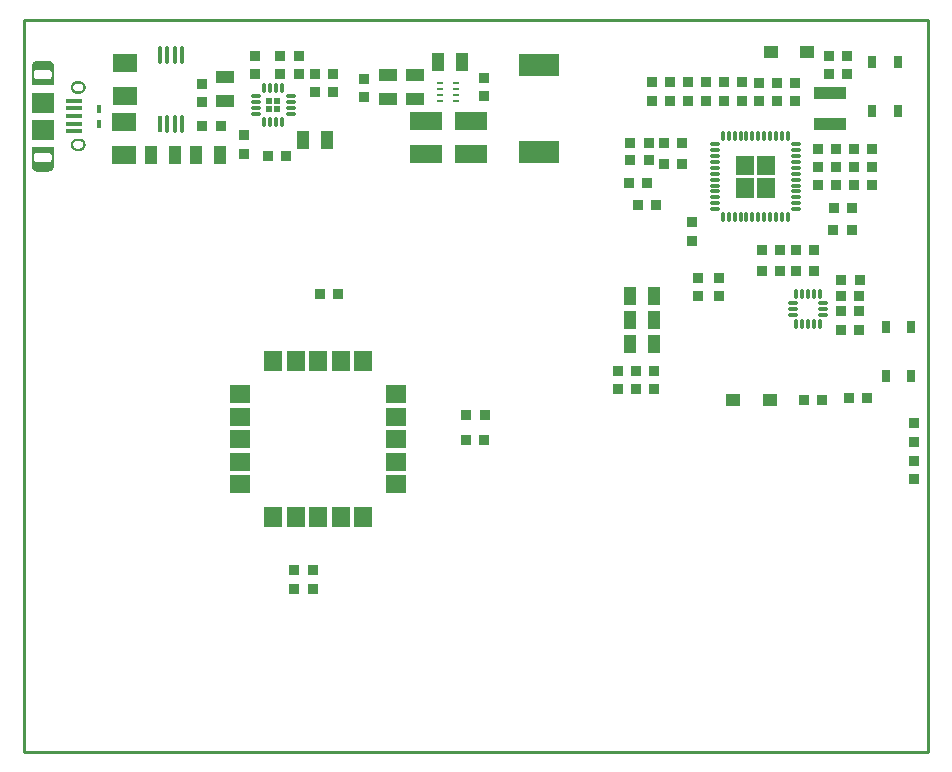
<source format=gtp>
G04 Layer_Color=8421504*
%FSLAX25Y25*%
%MOIN*%
G70*
G01*
G75*
%ADD10R,0.05315X0.01575*%
%ADD11R,0.07480X0.07087*%
G04:AMPARAMS|DCode=12|XSize=10.24mil|YSize=33.86mil|CornerRadius=2.56mil|HoleSize=0mil|Usage=FLASHONLY|Rotation=0.000|XOffset=0mil|YOffset=0mil|HoleType=Round|Shape=RoundedRectangle|*
%AMROUNDEDRECTD12*
21,1,0.01024,0.02874,0,0,0.0*
21,1,0.00512,0.03386,0,0,0.0*
1,1,0.00512,0.00256,-0.01437*
1,1,0.00512,-0.00256,-0.01437*
1,1,0.00512,-0.00256,0.01437*
1,1,0.00512,0.00256,0.01437*
%
%ADD12ROUNDEDRECTD12*%
G04:AMPARAMS|DCode=13|XSize=10.24mil|YSize=33.86mil|CornerRadius=2.56mil|HoleSize=0mil|Usage=FLASHONLY|Rotation=90.000|XOffset=0mil|YOffset=0mil|HoleType=Round|Shape=RoundedRectangle|*
%AMROUNDEDRECTD13*
21,1,0.01024,0.02874,0,0,90.0*
21,1,0.00512,0.03386,0,0,90.0*
1,1,0.00512,0.01437,0.00256*
1,1,0.00512,0.01437,-0.00256*
1,1,0.00512,-0.01437,-0.00256*
1,1,0.00512,-0.01437,0.00256*
%
%ADD13ROUNDEDRECTD13*%
G04:AMPARAMS|DCode=16|XSize=12mil|YSize=32mil|CornerRadius=3mil|HoleSize=0mil|Usage=FLASHONLY|Rotation=0.000|XOffset=0mil|YOffset=0mil|HoleType=Round|Shape=RoundedRectangle|*
%AMROUNDEDRECTD16*
21,1,0.01200,0.02600,0,0,0.0*
21,1,0.00600,0.03200,0,0,0.0*
1,1,0.00600,0.00300,-0.01300*
1,1,0.00600,-0.00300,-0.01300*
1,1,0.00600,-0.00300,0.01300*
1,1,0.00600,0.00300,0.01300*
%
%ADD16ROUNDEDRECTD16*%
G04:AMPARAMS|DCode=17|XSize=12mil|YSize=32mil|CornerRadius=3mil|HoleSize=0mil|Usage=FLASHONLY|Rotation=270.000|XOffset=0mil|YOffset=0mil|HoleType=Round|Shape=RoundedRectangle|*
%AMROUNDEDRECTD17*
21,1,0.01200,0.02600,0,0,270.0*
21,1,0.00600,0.03200,0,0,270.0*
1,1,0.00600,-0.01300,-0.00300*
1,1,0.00600,-0.01300,0.00300*
1,1,0.00600,0.01300,0.00300*
1,1,0.00600,0.01300,-0.00300*
%
%ADD17ROUNDEDRECTD17*%
%ADD18R,0.05905X0.07087*%
%ADD19R,0.07087X0.05905*%
G04:AMPARAMS|DCode=20|XSize=11.81mil|YSize=31.5mil|CornerRadius=2.95mil|HoleSize=0mil|Usage=FLASHONLY|Rotation=90.000|XOffset=0mil|YOffset=0mil|HoleType=Round|Shape=RoundedRectangle|*
%AMROUNDEDRECTD20*
21,1,0.01181,0.02559,0,0,90.0*
21,1,0.00591,0.03150,0,0,90.0*
1,1,0.00591,0.01279,0.00295*
1,1,0.00591,0.01279,-0.00295*
1,1,0.00591,-0.01279,-0.00295*
1,1,0.00591,-0.01279,0.00295*
%
%ADD20ROUNDEDRECTD20*%
G04:AMPARAMS|DCode=21|XSize=11.81mil|YSize=31.5mil|CornerRadius=2.95mil|HoleSize=0mil|Usage=FLASHONLY|Rotation=0.000|XOffset=0mil|YOffset=0mil|HoleType=Round|Shape=RoundedRectangle|*
%AMROUNDEDRECTD21*
21,1,0.01181,0.02559,0,0,0.0*
21,1,0.00591,0.03150,0,0,0.0*
1,1,0.00591,0.00295,-0.01279*
1,1,0.00591,-0.00295,-0.01279*
1,1,0.00591,-0.00295,0.01279*
1,1,0.00591,0.00295,0.01279*
%
%ADD21ROUNDEDRECTD21*%
%ADD22R,0.02165X0.00984*%
G04:AMPARAMS|DCode=23|XSize=9.84mil|YSize=21.65mil|CornerRadius=2.46mil|HoleSize=0mil|Usage=FLASHONLY|Rotation=90.000|XOffset=0mil|YOffset=0mil|HoleType=Round|Shape=RoundedRectangle|*
%AMROUNDEDRECTD23*
21,1,0.00984,0.01673,0,0,90.0*
21,1,0.00492,0.02165,0,0,90.0*
1,1,0.00492,0.00837,0.00246*
1,1,0.00492,0.00837,-0.00246*
1,1,0.00492,-0.00837,-0.00246*
1,1,0.00492,-0.00837,0.00246*
%
%ADD23ROUNDEDRECTD23*%
%ADD24R,0.01400X0.05800*%
G04:AMPARAMS|DCode=25|XSize=58mil|YSize=14mil|CornerRadius=3.5mil|HoleSize=0mil|Usage=FLASHONLY|Rotation=90.000|XOffset=0mil|YOffset=0mil|HoleType=Round|Shape=RoundedRectangle|*
%AMROUNDEDRECTD25*
21,1,0.05800,0.00700,0,0,90.0*
21,1,0.05100,0.01400,0,0,90.0*
1,1,0.00700,0.00350,0.02550*
1,1,0.00700,0.00350,-0.02550*
1,1,0.00700,-0.00350,-0.02550*
1,1,0.00700,-0.00350,0.02550*
%
%ADD25ROUNDEDRECTD25*%
%ADD26R,0.02559X0.04134*%
%ADD27R,0.06000X0.04000*%
%ADD28R,0.04000X0.06000*%
%ADD29R,0.03347X0.03347*%
%ADD30R,0.01575X0.03150*%
%ADD31R,0.13386X0.07283*%
%ADD32R,0.03347X0.03347*%
%ADD33R,0.04921X0.04331*%
%ADD34R,0.10630X0.03937*%
%ADD35R,0.10630X0.06299*%
%ADD36R,0.08000X0.06000*%
%ADD38C,0.01000*%
G36*
X9945Y195465D02*
X9942Y195361D01*
X9934Y195259D01*
X9921Y195157D01*
X9902Y195055D01*
X9878Y194955D01*
X9849Y194856D01*
X9814Y194759D01*
X9775Y194664D01*
X9730Y194571D01*
X9681Y194480D01*
X9627Y194392D01*
X9569Y194307D01*
X9506Y194226D01*
X9439Y194147D01*
X9368Y194073D01*
X9294Y194002D01*
X9215Y193935D01*
X9133Y193872D01*
X9048Y193814D01*
X8961Y193760D01*
X8870Y193711D01*
X8777Y193666D01*
X8682Y193627D01*
X8585Y193592D01*
X8486Y193563D01*
X8386Y193539D01*
X8284Y193520D01*
X8182Y193507D01*
X8079Y193499D01*
X7976Y193496D01*
X4433D01*
X4330Y193499D01*
X4227Y193507D01*
X4125Y193520D01*
X4024Y193539D01*
X3924Y193563D01*
X3825Y193592D01*
X3728Y193627D01*
X3632Y193666D01*
X3539Y193711D01*
X3449Y193760D01*
X3361Y193814D01*
X3276Y193872D01*
X3194Y193935D01*
X3116Y194002D01*
X3041Y194073D01*
X2970Y194147D01*
X2903Y194226D01*
X2840Y194307D01*
X2782Y194392D01*
X2728Y194480D01*
X2679Y194571D01*
X2635Y194664D01*
X2595Y194759D01*
X2561Y194856D01*
X2532Y194955D01*
X2508Y195055D01*
X2489Y195157D01*
X2475Y195259D01*
X2467Y195361D01*
X2465Y195465D01*
Y201764D01*
X9945D01*
Y195465D01*
D02*
G37*
G36*
X18518Y204517D02*
X18625Y204508D01*
X18733Y204494D01*
X18839Y204474D01*
X18944Y204449D01*
X19048Y204418D01*
X19150Y204382D01*
X19250Y204341D01*
X19348Y204294D01*
X19443Y204243D01*
X19535Y204186D01*
X19624Y204125D01*
X19710Y204059D01*
X19793Y203989D01*
X19871Y203914D01*
X19945Y203836D01*
X20016Y203753D01*
X20082Y203668D01*
X20143Y203578D01*
X20199Y203486D01*
X20251Y203391D01*
X20298Y203293D01*
X20339Y203193D01*
X20375Y203092D01*
X20406Y202988D01*
X20431Y202883D01*
X20451Y202776D01*
X20465Y202669D01*
X20473Y202561D01*
X20476Y202453D01*
X20473Y202345D01*
X20465Y202237D01*
X20451Y202129D01*
X20431Y202023D01*
X20406Y201918D01*
X20375Y201814D01*
X20339Y201712D01*
X20298Y201612D01*
X20251Y201514D01*
X20199Y201419D01*
X20143Y201327D01*
X20082Y201238D01*
X20016Y201152D01*
X19945Y201070D01*
X19871Y200991D01*
X19793Y200917D01*
X19710Y200847D01*
X19624Y200781D01*
X19535Y200719D01*
X19443Y200663D01*
X19348Y200611D01*
X19250Y200565D01*
X19150Y200523D01*
X19048Y200487D01*
X18944Y200456D01*
X18839Y200431D01*
X18733Y200411D01*
X18625Y200397D01*
X18518Y200389D01*
X18409Y200386D01*
X17622D01*
X17514Y200389D01*
X17406Y200397D01*
X17299Y200411D01*
X17192Y200431D01*
X17087Y200456D01*
X16983Y200487D01*
X16881Y200523D01*
X16781Y200565D01*
X16684Y200611D01*
X16589Y200663D01*
X16496Y200719D01*
X16407Y200781D01*
X16321Y200847D01*
X16239Y200917D01*
X16161Y200991D01*
X16086Y201070D01*
X16016Y201152D01*
X15950Y201238D01*
X15889Y201327D01*
X15832Y201419D01*
X15780Y201514D01*
X15734Y201612D01*
X15692Y201712D01*
X15656Y201814D01*
X15626Y201918D01*
X15600Y202023D01*
X15581Y202129D01*
X15566Y202237D01*
X15558Y202345D01*
X15555Y202453D01*
X15558Y202561D01*
X15566Y202669D01*
X15581Y202776D01*
X15600Y202883D01*
X15626Y202988D01*
X15656Y203092D01*
X15692Y203193D01*
X15734Y203293D01*
X15780Y203391D01*
X15832Y203486D01*
X15889Y203578D01*
X15950Y203668D01*
X16016Y203753D01*
X16086Y203836D01*
X16161Y203914D01*
X16239Y203989D01*
X16321Y204059D01*
X16407Y204125D01*
X16496Y204186D01*
X16589Y204243D01*
X16684Y204294D01*
X16781Y204341D01*
X16881Y204382D01*
X16983Y204418D01*
X17087Y204449D01*
X17192Y204474D01*
X17299Y204494D01*
X17406Y204508D01*
X17514Y204517D01*
X17622Y204520D01*
X18409D01*
X18518Y204517D01*
D02*
G37*
G36*
X82700Y213400D02*
X80700D01*
Y215400D01*
X82700D01*
Y213400D01*
D02*
G37*
G36*
X250201Y192300D02*
X244201D01*
Y198800D01*
X250201D01*
Y192300D01*
D02*
G37*
G36*
X243201Y184800D02*
X237201D01*
Y191300D01*
X243201D01*
Y184800D01*
D02*
G37*
G36*
X250201D02*
X244201D01*
Y191300D01*
X250201D01*
Y184800D01*
D02*
G37*
G36*
X243201Y192300D02*
X237201D01*
Y198800D01*
X243201D01*
Y192300D01*
D02*
G37*
G36*
X85300Y216000D02*
X83300D01*
Y218000D01*
X85300D01*
Y216000D01*
D02*
G37*
G36*
X18518Y223611D02*
X18625Y223603D01*
X18733Y223589D01*
X18839Y223569D01*
X18944Y223544D01*
X19048Y223513D01*
X19150Y223477D01*
X19250Y223435D01*
X19348Y223389D01*
X19443Y223337D01*
X19535Y223281D01*
X19624Y223219D01*
X19710Y223153D01*
X19793Y223083D01*
X19871Y223009D01*
X19945Y222930D01*
X20016Y222848D01*
X20082Y222762D01*
X20143Y222673D01*
X20199Y222581D01*
X20251Y222486D01*
X20298Y222388D01*
X20339Y222288D01*
X20375Y222186D01*
X20406Y222082D01*
X20431Y221977D01*
X20451Y221871D01*
X20465Y221763D01*
X20473Y221655D01*
X20476Y221547D01*
X20473Y221439D01*
X20465Y221331D01*
X20451Y221224D01*
X20431Y221117D01*
X20406Y221012D01*
X20375Y220908D01*
X20339Y220807D01*
X20298Y220707D01*
X20251Y220609D01*
X20199Y220514D01*
X20143Y220422D01*
X20082Y220332D01*
X20016Y220247D01*
X19945Y220164D01*
X19871Y220086D01*
X19793Y220011D01*
X19710Y219941D01*
X19624Y219875D01*
X19535Y219814D01*
X19443Y219757D01*
X19348Y219706D01*
X19250Y219659D01*
X19150Y219618D01*
X19048Y219582D01*
X18944Y219551D01*
X18839Y219526D01*
X18733Y219506D01*
X18625Y219492D01*
X18518Y219483D01*
X18409Y219480D01*
X17622D01*
X17514Y219483D01*
X17406Y219492D01*
X17299Y219506D01*
X17192Y219526D01*
X17087Y219551D01*
X16983Y219582D01*
X16881Y219618D01*
X16781Y219659D01*
X16684Y219706D01*
X16589Y219757D01*
X16496Y219814D01*
X16407Y219875D01*
X16321Y219941D01*
X16239Y220011D01*
X16161Y220086D01*
X16086Y220164D01*
X16016Y220247D01*
X15950Y220332D01*
X15889Y220422D01*
X15832Y220514D01*
X15780Y220609D01*
X15734Y220707D01*
X15692Y220807D01*
X15656Y220908D01*
X15626Y221012D01*
X15600Y221117D01*
X15581Y221224D01*
X15566Y221331D01*
X15558Y221439D01*
X15555Y221547D01*
X15558Y221655D01*
X15566Y221763D01*
X15581Y221871D01*
X15600Y221977D01*
X15626Y222082D01*
X15656Y222186D01*
X15692Y222288D01*
X15734Y222388D01*
X15780Y222486D01*
X15832Y222581D01*
X15889Y222673D01*
X15950Y222762D01*
X16016Y222848D01*
X16086Y222930D01*
X16161Y223009D01*
X16239Y223083D01*
X16321Y223153D01*
X16407Y223219D01*
X16496Y223281D01*
X16589Y223337D01*
X16684Y223389D01*
X16781Y223435D01*
X16881Y223477D01*
X16983Y223513D01*
X17087Y223544D01*
X17192Y223569D01*
X17299Y223589D01*
X17406Y223603D01*
X17514Y223611D01*
X17622Y223614D01*
X18409D01*
X18518Y223611D01*
D02*
G37*
G36*
X8079Y230501D02*
X8182Y230493D01*
X8284Y230480D01*
X8386Y230461D01*
X8486Y230437D01*
X8585Y230408D01*
X8682Y230373D01*
X8777Y230334D01*
X8870Y230289D01*
X8961Y230240D01*
X9048Y230186D01*
X9133Y230128D01*
X9215Y230065D01*
X9294Y229998D01*
X9368Y229927D01*
X9439Y229853D01*
X9506Y229774D01*
X9569Y229693D01*
X9627Y229608D01*
X9681Y229520D01*
X9730Y229429D01*
X9775Y229336D01*
X9814Y229241D01*
X9849Y229144D01*
X9878Y229045D01*
X9902Y228945D01*
X9921Y228843D01*
X9934Y228741D01*
X9942Y228639D01*
X9945Y228535D01*
Y222236D01*
X2465D01*
Y228535D01*
X2467Y228639D01*
X2475Y228741D01*
X2489Y228843D01*
X2508Y228945D01*
X2532Y229045D01*
X2561Y229144D01*
X2595Y229241D01*
X2635Y229336D01*
X2679Y229429D01*
X2728Y229520D01*
X2782Y229608D01*
X2840Y229693D01*
X2903Y229774D01*
X2970Y229853D01*
X3041Y229927D01*
X3116Y229998D01*
X3194Y230065D01*
X3276Y230128D01*
X3361Y230186D01*
X3449Y230240D01*
X3539Y230289D01*
X3632Y230334D01*
X3728Y230373D01*
X3825Y230408D01*
X3924Y230437D01*
X4024Y230461D01*
X4125Y230480D01*
X4227Y230493D01*
X4330Y230501D01*
X4433Y230504D01*
X7976D01*
X8079Y230501D01*
D02*
G37*
G36*
X85300Y213400D02*
X83300D01*
Y215400D01*
X85300D01*
Y213400D01*
D02*
G37*
G36*
X82700Y216000D02*
X80700D01*
Y218000D01*
X82700D01*
Y216000D01*
D02*
G37*
%LPC*%
G36*
X7976Y199795D02*
X4433D01*
X4371Y199794D01*
X4310Y199789D01*
X4248Y199781D01*
X4188Y199769D01*
X4127Y199755D01*
X4068Y199738D01*
X4010Y199717D01*
X3953Y199693D01*
X3897Y199667D01*
X3842Y199637D01*
X3790Y199605D01*
X3739Y199570D01*
X3690Y199532D01*
X3643Y199492D01*
X3598Y199449D01*
X3555Y199405D01*
X3515Y199357D01*
X3478Y199308D01*
X3443Y199257D01*
X3410Y199205D01*
X3381Y199150D01*
X3354Y199095D01*
X3330Y199037D01*
X3310Y198979D01*
X3292Y198920D01*
X3278Y198860D01*
X3266Y198799D01*
X3258Y198738D01*
X3254Y198676D01*
X3252Y198614D01*
Y197728D01*
X3254Y197667D01*
X3258Y197605D01*
X3266Y197544D01*
X3278Y197483D01*
X3292Y197423D01*
X3310Y197363D01*
X3330Y197305D01*
X3354Y197248D01*
X3381Y197192D01*
X3410Y197138D01*
X3443Y197085D01*
X3478Y197034D01*
X3515Y196985D01*
X3555Y196938D01*
X3598Y196893D01*
X3643Y196851D01*
X3690Y196810D01*
X3739Y196773D01*
X3790Y196738D01*
X3842Y196705D01*
X3897Y196676D01*
X3953Y196649D01*
X4010Y196626D01*
X4068Y196605D01*
X4127Y196588D01*
X4188Y196573D01*
X4248Y196562D01*
X4310Y196554D01*
X4371Y196549D01*
X4433Y196547D01*
X8075D01*
X8132Y196549D01*
X8188Y196553D01*
X8244Y196561D01*
X8300Y196571D01*
X8355Y196584D01*
X8409Y196600D01*
X8463Y196619D01*
X8515Y196641D01*
X8566Y196665D01*
X8616Y196692D01*
X8664Y196722D01*
X8711Y196754D01*
X8756Y196789D01*
X8799Y196825D01*
X8840Y196864D01*
X8879Y196906D01*
X8916Y196949D01*
X8951Y196994D01*
X8983Y197040D01*
X9012Y197089D01*
X9040Y197138D01*
X9064Y197190D01*
X9086Y197242D01*
X9104Y197295D01*
X9121Y197350D01*
X9134Y197405D01*
X9144Y197460D01*
X9152Y197517D01*
X9156Y197573D01*
X9157Y197630D01*
Y198614D01*
X9156Y198676D01*
X9151Y198738D01*
X9143Y198799D01*
X9132Y198860D01*
X9117Y198920D01*
X9100Y198979D01*
X9079Y199037D01*
X9055Y199095D01*
X9029Y199150D01*
X8999Y199205D01*
X8967Y199257D01*
X8932Y199308D01*
X8894Y199357D01*
X8854Y199405D01*
X8811Y199449D01*
X8767Y199492D01*
X8720Y199532D01*
X8671Y199570D01*
X8620Y199605D01*
X8567Y199637D01*
X8513Y199667D01*
X8457Y199693D01*
X8400Y199717D01*
X8341Y199738D01*
X8282Y199755D01*
X8222Y199769D01*
X8161Y199781D01*
X8100Y199789D01*
X8038Y199794D01*
X7976Y199795D01*
D02*
G37*
G36*
X18409Y203732D02*
X17622D01*
X17555Y203731D01*
X17488Y203725D01*
X17422Y203716D01*
X17356Y203704D01*
X17291Y203689D01*
X17227Y203670D01*
X17164Y203647D01*
X17102Y203622D01*
X17041Y203593D01*
X16982Y203561D01*
X16925Y203526D01*
X16870Y203488D01*
X16817Y203447D01*
X16766Y203404D01*
X16717Y203358D01*
X16671Y203309D01*
X16628Y203258D01*
X16587Y203205D01*
X16549Y203150D01*
X16514Y203093D01*
X16482Y203034D01*
X16453Y202973D01*
X16428Y202911D01*
X16405Y202848D01*
X16386Y202784D01*
X16371Y202719D01*
X16358Y202653D01*
X16350Y202587D01*
X16344Y202520D01*
X16342Y202453D01*
X16344Y202386D01*
X16350Y202319D01*
X16358Y202253D01*
X16371Y202187D01*
X16386Y202122D01*
X16405Y202057D01*
X16428Y201994D01*
X16453Y201932D01*
X16482Y201872D01*
X16514Y201813D01*
X16549Y201756D01*
X16587Y201701D01*
X16628Y201647D01*
X16671Y201597D01*
X16717Y201548D01*
X16766Y201502D01*
X16817Y201458D01*
X16870Y201418D01*
X16925Y201380D01*
X16982Y201345D01*
X17041Y201313D01*
X17102Y201284D01*
X17164Y201258D01*
X17227Y201236D01*
X17291Y201217D01*
X17356Y201201D01*
X17422Y201189D01*
X17488Y201180D01*
X17555Y201175D01*
X17622Y201173D01*
X18409D01*
X18476Y201175D01*
X18543Y201180D01*
X18610Y201189D01*
X18676Y201201D01*
X18741Y201217D01*
X18805Y201236D01*
X18868Y201258D01*
X18930Y201284D01*
X18990Y201313D01*
X19049Y201345D01*
X19106Y201380D01*
X19162Y201418D01*
X19215Y201458D01*
X19266Y201502D01*
X19314Y201548D01*
X19360Y201597D01*
X19404Y201647D01*
X19445Y201701D01*
X19483Y201756D01*
X19518Y201813D01*
X19549Y201872D01*
X19578Y201932D01*
X19604Y201994D01*
X19626Y202057D01*
X19645Y202122D01*
X19661Y202187D01*
X19673Y202253D01*
X19682Y202319D01*
X19687Y202386D01*
X19689Y202453D01*
X19687Y202520D01*
X19682Y202587D01*
X19673Y202653D01*
X19661Y202719D01*
X19645Y202784D01*
X19626Y202848D01*
X19604Y202911D01*
X19578Y202973D01*
X19549Y203034D01*
X19518Y203093D01*
X19483Y203150D01*
X19445Y203205D01*
X19404Y203258D01*
X19360Y203309D01*
X19314Y203358D01*
X19266Y203404D01*
X19215Y203447D01*
X19162Y203488D01*
X19106Y203526D01*
X19049Y203561D01*
X18990Y203593D01*
X18930Y203622D01*
X18868Y203647D01*
X18805Y203670D01*
X18741Y203689D01*
X18676Y203704D01*
X18610Y203716D01*
X18543Y203725D01*
X18476Y203731D01*
X18409Y203732D01*
D02*
G37*
G36*
Y222827D02*
X17622D01*
X17555Y222825D01*
X17488Y222820D01*
X17422Y222811D01*
X17356Y222799D01*
X17291Y222783D01*
X17227Y222764D01*
X17164Y222742D01*
X17102Y222716D01*
X17041Y222687D01*
X16982Y222655D01*
X16925Y222620D01*
X16870Y222582D01*
X16817Y222542D01*
X16766Y222498D01*
X16717Y222452D01*
X16671Y222403D01*
X16628Y222353D01*
X16587Y222299D01*
X16549Y222244D01*
X16514Y222187D01*
X16482Y222128D01*
X16453Y222068D01*
X16428Y222006D01*
X16405Y221943D01*
X16386Y221878D01*
X16371Y221813D01*
X16358Y221747D01*
X16350Y221681D01*
X16344Y221614D01*
X16342Y221547D01*
X16344Y221480D01*
X16350Y221413D01*
X16358Y221347D01*
X16371Y221281D01*
X16386Y221216D01*
X16405Y221152D01*
X16428Y221089D01*
X16453Y221027D01*
X16482Y220966D01*
X16514Y220907D01*
X16549Y220850D01*
X16587Y220795D01*
X16628Y220742D01*
X16671Y220691D01*
X16717Y220642D01*
X16766Y220596D01*
X16817Y220553D01*
X16870Y220512D01*
X16925Y220474D01*
X16982Y220439D01*
X17041Y220407D01*
X17102Y220378D01*
X17164Y220353D01*
X17227Y220330D01*
X17291Y220311D01*
X17356Y220296D01*
X17422Y220284D01*
X17488Y220275D01*
X17555Y220269D01*
X17622Y220268D01*
X18409D01*
X18476Y220269D01*
X18543Y220275D01*
X18610Y220284D01*
X18676Y220296D01*
X18741Y220311D01*
X18805Y220330D01*
X18868Y220353D01*
X18930Y220378D01*
X18990Y220407D01*
X19049Y220439D01*
X19106Y220474D01*
X19162Y220512D01*
X19215Y220553D01*
X19266Y220596D01*
X19314Y220642D01*
X19360Y220691D01*
X19404Y220742D01*
X19445Y220795D01*
X19483Y220850D01*
X19518Y220907D01*
X19549Y220966D01*
X19578Y221027D01*
X19604Y221089D01*
X19626Y221152D01*
X19645Y221216D01*
X19661Y221281D01*
X19673Y221347D01*
X19682Y221413D01*
X19687Y221480D01*
X19689Y221547D01*
X19687Y221614D01*
X19682Y221681D01*
X19673Y221747D01*
X19661Y221813D01*
X19645Y221878D01*
X19626Y221943D01*
X19604Y222006D01*
X19578Y222068D01*
X19549Y222128D01*
X19518Y222187D01*
X19483Y222244D01*
X19445Y222299D01*
X19404Y222353D01*
X19360Y222403D01*
X19314Y222452D01*
X19266Y222498D01*
X19215Y222542D01*
X19162Y222582D01*
X19106Y222620D01*
X19049Y222655D01*
X18990Y222687D01*
X18930Y222716D01*
X18868Y222742D01*
X18805Y222764D01*
X18741Y222783D01*
X18676Y222799D01*
X18610Y222811D01*
X18543Y222820D01*
X18476Y222825D01*
X18409Y222827D01*
D02*
G37*
G36*
X7976Y227453D02*
X4335D01*
X4278Y227451D01*
X4222Y227447D01*
X4165Y227439D01*
X4109Y227429D01*
X4054Y227416D01*
X4000Y227400D01*
X3947Y227381D01*
X3894Y227359D01*
X3843Y227335D01*
X3793Y227308D01*
X3745Y227278D01*
X3698Y227246D01*
X3653Y227211D01*
X3610Y227175D01*
X3569Y227136D01*
X3530Y227095D01*
X3493Y227051D01*
X3459Y227007D01*
X3427Y226960D01*
X3397Y226911D01*
X3370Y226862D01*
X3346Y226810D01*
X3324Y226758D01*
X3305Y226705D01*
X3289Y226650D01*
X3276Y226595D01*
X3265Y226539D01*
X3258Y226483D01*
X3254Y226427D01*
X3252Y226370D01*
Y225386D01*
X3254Y225324D01*
X3258Y225262D01*
X3266Y225201D01*
X3278Y225140D01*
X3292Y225080D01*
X3310Y225021D01*
X3330Y224963D01*
X3354Y224905D01*
X3381Y224850D01*
X3410Y224795D01*
X3443Y224743D01*
X3478Y224692D01*
X3515Y224642D01*
X3555Y224595D01*
X3598Y224551D01*
X3643Y224508D01*
X3690Y224468D01*
X3739Y224430D01*
X3790Y224395D01*
X3842Y224363D01*
X3897Y224334D01*
X3953Y224307D01*
X4010Y224283D01*
X4068Y224262D01*
X4127Y224245D01*
X4188Y224231D01*
X4248Y224219D01*
X4310Y224211D01*
X4371Y224206D01*
X4433Y224205D01*
X7976D01*
X8038Y224206D01*
X8100Y224211D01*
X8161Y224219D01*
X8222Y224231D01*
X8282Y224245D01*
X8341Y224262D01*
X8400Y224283D01*
X8457Y224307D01*
X8513Y224334D01*
X8567Y224363D01*
X8620Y224395D01*
X8671Y224430D01*
X8720Y224468D01*
X8767Y224508D01*
X8811Y224551D01*
X8854Y224595D01*
X8894Y224642D01*
X8932Y224692D01*
X8967Y224743D01*
X8999Y224795D01*
X9029Y224850D01*
X9055Y224905D01*
X9079Y224963D01*
X9100Y225021D01*
X9117Y225080D01*
X9132Y225140D01*
X9143Y225201D01*
X9151Y225262D01*
X9156Y225324D01*
X9157Y225386D01*
Y226272D01*
X9156Y226333D01*
X9151Y226395D01*
X9143Y226456D01*
X9132Y226517D01*
X9117Y226577D01*
X9100Y226637D01*
X9079Y226695D01*
X9055Y226752D01*
X9029Y226808D01*
X8999Y226862D01*
X8967Y226915D01*
X8932Y226966D01*
X8894Y227015D01*
X8854Y227062D01*
X8811Y227107D01*
X8767Y227149D01*
X8720Y227189D01*
X8671Y227227D01*
X8620Y227262D01*
X8567Y227294D01*
X8513Y227324D01*
X8457Y227351D01*
X8400Y227374D01*
X8341Y227395D01*
X8282Y227413D01*
X8222Y227427D01*
X8161Y227438D01*
X8100Y227446D01*
X8038Y227451D01*
X7976Y227453D01*
D02*
G37*
%LPD*%
D10*
X16736Y212000D02*
D03*
Y214559D02*
D03*
Y209441D02*
D03*
Y217118D02*
D03*
Y206882D02*
D03*
D11*
X6205Y216528D02*
D03*
Y207472D02*
D03*
D12*
X232874Y205324D02*
D03*
X234842D02*
D03*
X236811D02*
D03*
X238779D02*
D03*
X240748D02*
D03*
X242717D02*
D03*
X244685D02*
D03*
X246654D02*
D03*
X248622D02*
D03*
X250591D02*
D03*
X252559D02*
D03*
X254528D02*
D03*
Y178276D02*
D03*
X252559D02*
D03*
X250591D02*
D03*
X248622D02*
D03*
X246654D02*
D03*
X244685D02*
D03*
X242717D02*
D03*
X240748D02*
D03*
X238779D02*
D03*
X236811D02*
D03*
X234842D02*
D03*
X232874D02*
D03*
D13*
X257224Y202627D02*
D03*
Y200658D02*
D03*
Y198690D02*
D03*
Y196721D02*
D03*
Y194753D02*
D03*
Y192784D02*
D03*
Y190816D02*
D03*
Y188847D02*
D03*
Y186879D02*
D03*
Y184910D02*
D03*
Y182942D02*
D03*
Y180973D02*
D03*
X230177D02*
D03*
Y182942D02*
D03*
Y184910D02*
D03*
Y186879D02*
D03*
Y188847D02*
D03*
Y190816D02*
D03*
Y192784D02*
D03*
Y194753D02*
D03*
Y196721D02*
D03*
Y198690D02*
D03*
Y200658D02*
D03*
Y202627D02*
D03*
D16*
X80000Y209900D02*
D03*
X82000D02*
D03*
X84000D02*
D03*
X86000D02*
D03*
Y221500D02*
D03*
X84000D02*
D03*
X82000D02*
D03*
X80000D02*
D03*
D17*
X88800Y212700D02*
D03*
Y214700D02*
D03*
Y216700D02*
D03*
Y218700D02*
D03*
X77200D02*
D03*
Y216700D02*
D03*
Y214700D02*
D03*
Y212700D02*
D03*
D18*
X83071Y130295D02*
D03*
X90551D02*
D03*
X98032D02*
D03*
X105512D02*
D03*
X112992D02*
D03*
Y78327D02*
D03*
X105512D02*
D03*
X98032D02*
D03*
X90551D02*
D03*
X83071D02*
D03*
D19*
X124016Y119272D02*
D03*
Y111791D02*
D03*
Y104311D02*
D03*
Y96831D02*
D03*
Y89350D02*
D03*
X72047D02*
D03*
Y96831D02*
D03*
Y104311D02*
D03*
Y111791D02*
D03*
Y119272D02*
D03*
D20*
X266335Y147812D02*
D03*
Y145843D02*
D03*
Y149780D02*
D03*
X256295Y147812D02*
D03*
Y149780D02*
D03*
Y145843D02*
D03*
D21*
X265252Y142792D02*
D03*
X263283D02*
D03*
X261315D02*
D03*
X259347D02*
D03*
X257378D02*
D03*
X261315Y152831D02*
D03*
X263283D02*
D03*
X265252D02*
D03*
X259347D02*
D03*
X257378D02*
D03*
D22*
X138713Y223032D02*
D03*
D23*
Y221063D02*
D03*
Y219095D02*
D03*
Y217126D02*
D03*
X144028Y223032D02*
D03*
Y221063D02*
D03*
Y219095D02*
D03*
Y217126D02*
D03*
D24*
X45169Y209500D02*
D03*
D25*
X47669D02*
D03*
X50269D02*
D03*
X52769D02*
D03*
Y232500D02*
D03*
X50269D02*
D03*
X47669D02*
D03*
X45169D02*
D03*
D26*
X295640Y141769D02*
D03*
Y125431D02*
D03*
X287175Y141769D02*
D03*
Y125431D02*
D03*
X282776Y213850D02*
D03*
Y230188D02*
D03*
X291240Y213850D02*
D03*
Y230188D02*
D03*
D27*
X66961Y217000D02*
D03*
Y225000D02*
D03*
X121339Y217800D02*
D03*
Y225800D02*
D03*
X130140D02*
D03*
Y217800D02*
D03*
D28*
X100883Y204131D02*
D03*
X92883D02*
D03*
X201900Y136200D02*
D03*
X209900D02*
D03*
X201900Y144200D02*
D03*
X209900D02*
D03*
X201900Y152200D02*
D03*
X209900D02*
D03*
X137941Y230196D02*
D03*
X145941D02*
D03*
X50353Y198898D02*
D03*
X42353D02*
D03*
X65154D02*
D03*
X57154D02*
D03*
D29*
X153339Y218749D02*
D03*
Y224851D02*
D03*
X113418Y224505D02*
D03*
Y218402D02*
D03*
X91568Y225950D02*
D03*
Y232052D02*
D03*
X96946Y220024D02*
D03*
Y226127D02*
D03*
X85438Y225950D02*
D03*
Y232052D02*
D03*
X103076Y220024D02*
D03*
Y226127D02*
D03*
X73261Y199505D02*
D03*
Y205607D02*
D03*
X76946Y232127D02*
D03*
Y226024D02*
D03*
X59425Y216749D02*
D03*
Y222851D02*
D03*
X231713Y151949D02*
D03*
Y158051D02*
D03*
X224600Y151949D02*
D03*
Y158051D02*
D03*
X296500Y97051D02*
D03*
Y90949D02*
D03*
Y103449D02*
D03*
Y109551D02*
D03*
X227185Y217146D02*
D03*
Y223248D02*
D03*
X221185Y217146D02*
D03*
Y223248D02*
D03*
X215185Y217146D02*
D03*
Y223248D02*
D03*
X209185Y217146D02*
D03*
Y223248D02*
D03*
X222516Y176575D02*
D03*
Y170472D02*
D03*
X268179Y232172D02*
D03*
Y226070D02*
D03*
X209906Y120901D02*
D03*
Y127003D02*
D03*
X203906Y120901D02*
D03*
Y127003D02*
D03*
X197956Y120901D02*
D03*
Y127003D02*
D03*
X274309Y232172D02*
D03*
Y226070D02*
D03*
X90000Y54489D02*
D03*
Y60591D02*
D03*
X96130Y54489D02*
D03*
Y60591D02*
D03*
X250984Y217083D02*
D03*
Y223186D02*
D03*
X256791Y217083D02*
D03*
Y223186D02*
D03*
X245079Y217083D02*
D03*
Y223186D02*
D03*
X233185Y217146D02*
D03*
Y223248D02*
D03*
X239185Y217146D02*
D03*
Y223248D02*
D03*
D30*
X25021Y209241D02*
D03*
Y214359D02*
D03*
D31*
X171477Y200000D02*
D03*
Y229134D02*
D03*
D32*
X65451Y208700D02*
D03*
X59349D02*
D03*
X81306Y198619D02*
D03*
X87409D02*
D03*
X275951Y181213D02*
D03*
X269849D02*
D03*
X245963Y167409D02*
D03*
X252065D02*
D03*
X257213D02*
D03*
X263315D02*
D03*
X201498Y189700D02*
D03*
X207600D02*
D03*
X204649Y182297D02*
D03*
X210751D02*
D03*
X208151Y197400D02*
D03*
X202049D02*
D03*
X208166Y203109D02*
D03*
X202064D02*
D03*
X278366Y140858D02*
D03*
X272264D02*
D03*
X153454Y112300D02*
D03*
X147351D02*
D03*
X264559Y189012D02*
D03*
X270661D02*
D03*
X264559Y195012D02*
D03*
X270661D02*
D03*
X282661Y189012D02*
D03*
X276559D02*
D03*
X282661Y195012D02*
D03*
X276559D02*
D03*
X272264Y152136D02*
D03*
X278366D02*
D03*
X272264Y146989D02*
D03*
X278366D02*
D03*
X272342Y157283D02*
D03*
X278445D02*
D03*
X104724Y152854D02*
D03*
X98622D02*
D03*
X276575Y201142D02*
D03*
X282677D02*
D03*
X270669D02*
D03*
X264567D02*
D03*
X263315Y160297D02*
D03*
X257213D02*
D03*
X252065D02*
D03*
X245963D02*
D03*
X153351Y103900D02*
D03*
X147249D02*
D03*
X213314Y203109D02*
D03*
X219416D02*
D03*
X213299Y195997D02*
D03*
X219401D02*
D03*
X266051Y117500D02*
D03*
X259949D02*
D03*
X281051Y118000D02*
D03*
X274949D02*
D03*
X275851Y174100D02*
D03*
X269749D02*
D03*
D33*
X261014Y233490D02*
D03*
X248810D02*
D03*
X236398Y117500D02*
D03*
X248602D02*
D03*
D34*
X268529Y219587D02*
D03*
Y209350D02*
D03*
D35*
X133842Y210312D02*
D03*
Y199288D02*
D03*
X148842Y210312D02*
D03*
Y199288D02*
D03*
D36*
X33382Y209900D02*
D03*
Y198900D02*
D03*
X33595Y229710D02*
D03*
Y218709D02*
D03*
D38*
X0Y0D02*
X301181D01*
Y244100D01*
X0D02*
X301181D01*
X0Y0D02*
Y244100D01*
M02*

</source>
